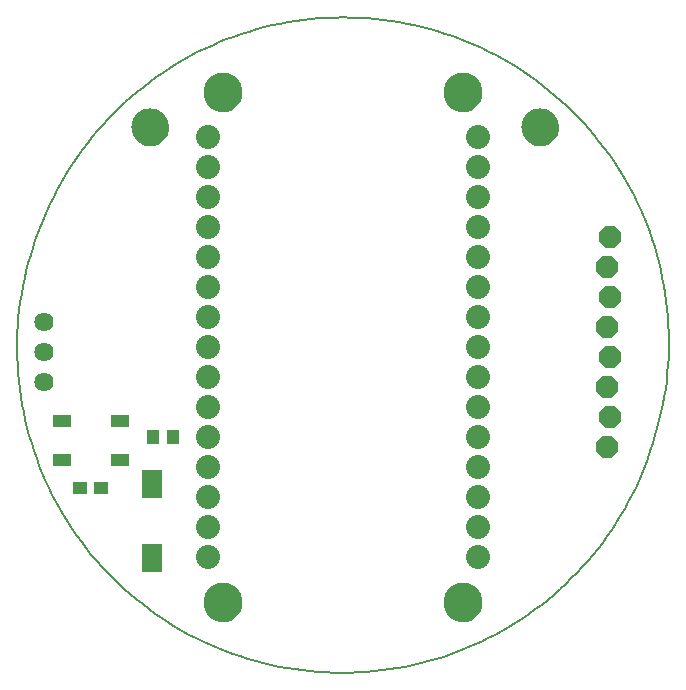
<source format=gts>
G75*
%MOIN*%
%OFA0B0*%
%FSLAX24Y24*%
%IPPOS*%
%LPD*%
%AMOC8*
5,1,8,0,0,1.08239X$1,22.5*
%
%ADD10C,0.0000*%
%ADD11C,0.1246*%
%ADD12C,0.0050*%
%ADD13C,0.0080*%
%ADD14C,0.0800*%
%ADD15C,0.1300*%
%ADD16R,0.0473X0.0434*%
%ADD17R,0.0670X0.0946*%
%ADD18R,0.0434X0.0473*%
%ADD19R,0.0631X0.0394*%
%ADD20OC8,0.0740*%
%ADD21C,0.0640*%
D10*
X006445Y003425D02*
X006447Y003475D01*
X006453Y003525D01*
X006463Y003574D01*
X006477Y003622D01*
X006494Y003669D01*
X006515Y003714D01*
X006540Y003758D01*
X006568Y003799D01*
X006600Y003838D01*
X006634Y003875D01*
X006671Y003909D01*
X006711Y003939D01*
X006753Y003966D01*
X006797Y003990D01*
X006843Y004011D01*
X006890Y004027D01*
X006938Y004040D01*
X006988Y004049D01*
X007037Y004054D01*
X007088Y004055D01*
X007138Y004052D01*
X007187Y004045D01*
X007236Y004034D01*
X007284Y004019D01*
X007330Y004001D01*
X007375Y003979D01*
X007418Y003953D01*
X007459Y003924D01*
X007498Y003892D01*
X007534Y003857D01*
X007566Y003819D01*
X007596Y003779D01*
X007623Y003736D01*
X007646Y003692D01*
X007665Y003646D01*
X007681Y003598D01*
X007693Y003549D01*
X007701Y003500D01*
X007705Y003450D01*
X007705Y003400D01*
X007701Y003350D01*
X007693Y003301D01*
X007681Y003252D01*
X007665Y003204D01*
X007646Y003158D01*
X007623Y003114D01*
X007596Y003071D01*
X007566Y003031D01*
X007534Y002993D01*
X007498Y002958D01*
X007459Y002926D01*
X007418Y002897D01*
X007375Y002871D01*
X007330Y002849D01*
X007284Y002831D01*
X007236Y002816D01*
X007187Y002805D01*
X007138Y002798D01*
X007088Y002795D01*
X007037Y002796D01*
X006988Y002801D01*
X006938Y002810D01*
X006890Y002823D01*
X006843Y002839D01*
X006797Y002860D01*
X006753Y002884D01*
X006711Y002911D01*
X006671Y002941D01*
X006634Y002975D01*
X006600Y003012D01*
X006568Y003051D01*
X006540Y003092D01*
X006515Y003136D01*
X006494Y003181D01*
X006477Y003228D01*
X006463Y003276D01*
X006453Y003325D01*
X006447Y003375D01*
X006445Y003425D01*
X014445Y003425D02*
X014447Y003475D01*
X014453Y003525D01*
X014463Y003574D01*
X014477Y003622D01*
X014494Y003669D01*
X014515Y003714D01*
X014540Y003758D01*
X014568Y003799D01*
X014600Y003838D01*
X014634Y003875D01*
X014671Y003909D01*
X014711Y003939D01*
X014753Y003966D01*
X014797Y003990D01*
X014843Y004011D01*
X014890Y004027D01*
X014938Y004040D01*
X014988Y004049D01*
X015037Y004054D01*
X015088Y004055D01*
X015138Y004052D01*
X015187Y004045D01*
X015236Y004034D01*
X015284Y004019D01*
X015330Y004001D01*
X015375Y003979D01*
X015418Y003953D01*
X015459Y003924D01*
X015498Y003892D01*
X015534Y003857D01*
X015566Y003819D01*
X015596Y003779D01*
X015623Y003736D01*
X015646Y003692D01*
X015665Y003646D01*
X015681Y003598D01*
X015693Y003549D01*
X015701Y003500D01*
X015705Y003450D01*
X015705Y003400D01*
X015701Y003350D01*
X015693Y003301D01*
X015681Y003252D01*
X015665Y003204D01*
X015646Y003158D01*
X015623Y003114D01*
X015596Y003071D01*
X015566Y003031D01*
X015534Y002993D01*
X015498Y002958D01*
X015459Y002926D01*
X015418Y002897D01*
X015375Y002871D01*
X015330Y002849D01*
X015284Y002831D01*
X015236Y002816D01*
X015187Y002805D01*
X015138Y002798D01*
X015088Y002795D01*
X015037Y002796D01*
X014988Y002801D01*
X014938Y002810D01*
X014890Y002823D01*
X014843Y002839D01*
X014797Y002860D01*
X014753Y002884D01*
X014711Y002911D01*
X014671Y002941D01*
X014634Y002975D01*
X014600Y003012D01*
X014568Y003051D01*
X014540Y003092D01*
X014515Y003136D01*
X014494Y003181D01*
X014477Y003228D01*
X014463Y003276D01*
X014453Y003325D01*
X014447Y003375D01*
X014445Y003425D01*
X017052Y019255D02*
X017054Y019304D01*
X017060Y019352D01*
X017070Y019399D01*
X017083Y019446D01*
X017100Y019491D01*
X017121Y019535D01*
X017145Y019577D01*
X017173Y019617D01*
X017204Y019655D01*
X017237Y019690D01*
X017274Y019722D01*
X017312Y019751D01*
X017353Y019777D01*
X017396Y019800D01*
X017441Y019819D01*
X017487Y019834D01*
X017534Y019846D01*
X017582Y019854D01*
X017631Y019858D01*
X017679Y019858D01*
X017728Y019854D01*
X017776Y019846D01*
X017823Y019834D01*
X017869Y019819D01*
X017914Y019800D01*
X017956Y019777D01*
X017998Y019751D01*
X018036Y019722D01*
X018073Y019690D01*
X018106Y019655D01*
X018137Y019617D01*
X018165Y019577D01*
X018189Y019535D01*
X018210Y019491D01*
X018227Y019446D01*
X018240Y019399D01*
X018250Y019352D01*
X018256Y019304D01*
X018258Y019255D01*
X018256Y019206D01*
X018250Y019158D01*
X018240Y019111D01*
X018227Y019064D01*
X018210Y019019D01*
X018189Y018975D01*
X018165Y018933D01*
X018137Y018893D01*
X018106Y018855D01*
X018073Y018820D01*
X018036Y018788D01*
X017998Y018759D01*
X017957Y018733D01*
X017914Y018710D01*
X017869Y018691D01*
X017823Y018676D01*
X017776Y018664D01*
X017728Y018656D01*
X017679Y018652D01*
X017631Y018652D01*
X017582Y018656D01*
X017534Y018664D01*
X017487Y018676D01*
X017441Y018691D01*
X017396Y018710D01*
X017354Y018733D01*
X017312Y018759D01*
X017274Y018788D01*
X017237Y018820D01*
X017204Y018855D01*
X017173Y018893D01*
X017145Y018933D01*
X017121Y018975D01*
X017100Y019019D01*
X017083Y019064D01*
X017070Y019111D01*
X017060Y019158D01*
X017054Y019206D01*
X017052Y019255D01*
X014445Y020425D02*
X014447Y020475D01*
X014453Y020525D01*
X014463Y020574D01*
X014477Y020622D01*
X014494Y020669D01*
X014515Y020714D01*
X014540Y020758D01*
X014568Y020799D01*
X014600Y020838D01*
X014634Y020875D01*
X014671Y020909D01*
X014711Y020939D01*
X014753Y020966D01*
X014797Y020990D01*
X014843Y021011D01*
X014890Y021027D01*
X014938Y021040D01*
X014988Y021049D01*
X015037Y021054D01*
X015088Y021055D01*
X015138Y021052D01*
X015187Y021045D01*
X015236Y021034D01*
X015284Y021019D01*
X015330Y021001D01*
X015375Y020979D01*
X015418Y020953D01*
X015459Y020924D01*
X015498Y020892D01*
X015534Y020857D01*
X015566Y020819D01*
X015596Y020779D01*
X015623Y020736D01*
X015646Y020692D01*
X015665Y020646D01*
X015681Y020598D01*
X015693Y020549D01*
X015701Y020500D01*
X015705Y020450D01*
X015705Y020400D01*
X015701Y020350D01*
X015693Y020301D01*
X015681Y020252D01*
X015665Y020204D01*
X015646Y020158D01*
X015623Y020114D01*
X015596Y020071D01*
X015566Y020031D01*
X015534Y019993D01*
X015498Y019958D01*
X015459Y019926D01*
X015418Y019897D01*
X015375Y019871D01*
X015330Y019849D01*
X015284Y019831D01*
X015236Y019816D01*
X015187Y019805D01*
X015138Y019798D01*
X015088Y019795D01*
X015037Y019796D01*
X014988Y019801D01*
X014938Y019810D01*
X014890Y019823D01*
X014843Y019839D01*
X014797Y019860D01*
X014753Y019884D01*
X014711Y019911D01*
X014671Y019941D01*
X014634Y019975D01*
X014600Y020012D01*
X014568Y020051D01*
X014540Y020092D01*
X014515Y020136D01*
X014494Y020181D01*
X014477Y020228D01*
X014463Y020276D01*
X014453Y020325D01*
X014447Y020375D01*
X014445Y020425D01*
X006445Y020425D02*
X006447Y020475D01*
X006453Y020525D01*
X006463Y020574D01*
X006477Y020622D01*
X006494Y020669D01*
X006515Y020714D01*
X006540Y020758D01*
X006568Y020799D01*
X006600Y020838D01*
X006634Y020875D01*
X006671Y020909D01*
X006711Y020939D01*
X006753Y020966D01*
X006797Y020990D01*
X006843Y021011D01*
X006890Y021027D01*
X006938Y021040D01*
X006988Y021049D01*
X007037Y021054D01*
X007088Y021055D01*
X007138Y021052D01*
X007187Y021045D01*
X007236Y021034D01*
X007284Y021019D01*
X007330Y021001D01*
X007375Y020979D01*
X007418Y020953D01*
X007459Y020924D01*
X007498Y020892D01*
X007534Y020857D01*
X007566Y020819D01*
X007596Y020779D01*
X007623Y020736D01*
X007646Y020692D01*
X007665Y020646D01*
X007681Y020598D01*
X007693Y020549D01*
X007701Y020500D01*
X007705Y020450D01*
X007705Y020400D01*
X007701Y020350D01*
X007693Y020301D01*
X007681Y020252D01*
X007665Y020204D01*
X007646Y020158D01*
X007623Y020114D01*
X007596Y020071D01*
X007566Y020031D01*
X007534Y019993D01*
X007498Y019958D01*
X007459Y019926D01*
X007418Y019897D01*
X007375Y019871D01*
X007330Y019849D01*
X007284Y019831D01*
X007236Y019816D01*
X007187Y019805D01*
X007138Y019798D01*
X007088Y019795D01*
X007037Y019796D01*
X006988Y019801D01*
X006938Y019810D01*
X006890Y019823D01*
X006843Y019839D01*
X006797Y019860D01*
X006753Y019884D01*
X006711Y019911D01*
X006671Y019941D01*
X006634Y019975D01*
X006600Y020012D01*
X006568Y020051D01*
X006540Y020092D01*
X006515Y020136D01*
X006494Y020181D01*
X006477Y020228D01*
X006463Y020276D01*
X006453Y020325D01*
X006447Y020375D01*
X006445Y020425D01*
X004052Y019255D02*
X004054Y019304D01*
X004060Y019352D01*
X004070Y019399D01*
X004083Y019446D01*
X004100Y019491D01*
X004121Y019535D01*
X004145Y019577D01*
X004173Y019617D01*
X004204Y019655D01*
X004237Y019690D01*
X004274Y019722D01*
X004312Y019751D01*
X004353Y019777D01*
X004396Y019800D01*
X004441Y019819D01*
X004487Y019834D01*
X004534Y019846D01*
X004582Y019854D01*
X004631Y019858D01*
X004679Y019858D01*
X004728Y019854D01*
X004776Y019846D01*
X004823Y019834D01*
X004869Y019819D01*
X004914Y019800D01*
X004956Y019777D01*
X004998Y019751D01*
X005036Y019722D01*
X005073Y019690D01*
X005106Y019655D01*
X005137Y019617D01*
X005165Y019577D01*
X005189Y019535D01*
X005210Y019491D01*
X005227Y019446D01*
X005240Y019399D01*
X005250Y019352D01*
X005256Y019304D01*
X005258Y019255D01*
X005256Y019206D01*
X005250Y019158D01*
X005240Y019111D01*
X005227Y019064D01*
X005210Y019019D01*
X005189Y018975D01*
X005165Y018933D01*
X005137Y018893D01*
X005106Y018855D01*
X005073Y018820D01*
X005036Y018788D01*
X004998Y018759D01*
X004957Y018733D01*
X004914Y018710D01*
X004869Y018691D01*
X004823Y018676D01*
X004776Y018664D01*
X004728Y018656D01*
X004679Y018652D01*
X004631Y018652D01*
X004582Y018656D01*
X004534Y018664D01*
X004487Y018676D01*
X004441Y018691D01*
X004396Y018710D01*
X004354Y018733D01*
X004312Y018759D01*
X004274Y018788D01*
X004237Y018820D01*
X004204Y018855D01*
X004173Y018893D01*
X004145Y018933D01*
X004121Y018975D01*
X004100Y019019D01*
X004083Y019064D01*
X004070Y019111D01*
X004060Y019158D01*
X004054Y019206D01*
X004052Y019255D01*
D11*
X004655Y019255D03*
X017655Y019255D03*
D12*
X021255Y008205D02*
X021162Y007957D01*
X021062Y007711D01*
X020956Y007468D01*
X020844Y007228D01*
X020727Y006990D01*
X020604Y006756D01*
X020475Y006524D01*
X020340Y006296D01*
X020200Y006071D01*
X020054Y005849D01*
X019903Y005632D01*
X019747Y005417D01*
X019586Y005207D01*
X019419Y005001D01*
X019248Y004799D01*
X019071Y004601D01*
X018890Y004408D01*
X018704Y004219D01*
X018514Y004035D01*
X018319Y003855D01*
X018120Y003680D01*
X017916Y003510D01*
X017709Y003345D01*
X017497Y003186D01*
X017282Y003031D01*
X017063Y002882D01*
X016841Y002738D01*
X016614Y002600D01*
X016385Y002467D01*
X016153Y002340D01*
X015917Y002218D01*
X015679Y002103D01*
X015437Y001993D01*
X015193Y001889D01*
X014947Y001791D01*
X014698Y001700D01*
X014448Y001614D01*
X014195Y001534D01*
X013940Y001461D01*
X013684Y001394D01*
X013426Y001333D01*
X013166Y001279D01*
X012906Y001231D01*
X012644Y001189D01*
X012381Y001154D01*
X012118Y001125D01*
X011854Y001102D01*
X011589Y001086D01*
X011325Y001077D01*
X011060Y001074D01*
X010795Y001077D01*
X010530Y001087D01*
X010265Y001104D01*
X010001Y001127D01*
X009738Y001156D01*
X009475Y001192D01*
X009214Y001234D01*
X008953Y001283D01*
X008694Y001337D01*
X008436Y001399D01*
X008180Y001466D01*
X007925Y001540D01*
X007672Y001620D01*
X007422Y001706D01*
X007173Y001798D01*
X006927Y001896D01*
X006683Y002001D01*
X006442Y002111D01*
X006204Y002227D01*
X005969Y002349D01*
X005736Y002476D01*
X005507Y002609D01*
X005282Y002748D01*
X005059Y002892D01*
X004840Y003042D01*
X004625Y003197D01*
X004414Y003357D01*
X004207Y003522D01*
X004004Y003692D01*
X003805Y003868D01*
X003610Y004048D01*
X003420Y004232D01*
X003235Y004421D01*
X003054Y004615D01*
X002878Y004813D01*
X002707Y005016D01*
X002541Y005222D01*
X002380Y005433D01*
X002224Y005647D01*
X002073Y005865D01*
X001928Y006087D01*
X001788Y006312D01*
X001654Y006540D01*
X001525Y006772D01*
X001403Y007007D01*
X001286Y007245D01*
X001174Y007485D01*
X001069Y007728D01*
X000970Y007974D01*
X000876Y008222D01*
X000789Y008472D01*
X000708Y008725D01*
X000633Y008979D01*
X000564Y009235D01*
X000502Y009493D01*
X000446Y009752D01*
X000396Y010012D01*
X000353Y010273D01*
X000316Y010536D01*
X000286Y010799D01*
X000262Y011063D01*
X000244Y011327D01*
X000233Y011592D01*
X000228Y011857D01*
X000230Y012122D01*
X000238Y012387D01*
X000253Y012652D01*
X000274Y012916D01*
X000302Y013179D01*
X000336Y013442D01*
X000377Y013704D01*
X000424Y013965D01*
X000477Y014225D01*
X000537Y014483D01*
X000602Y014740D01*
X000675Y014995D01*
X000753Y015248D01*
X000838Y015499D01*
X000928Y015748D01*
X001025Y015995D01*
D13*
X001015Y015975D02*
X001113Y016221D01*
X001217Y016466D01*
X001328Y016707D01*
X001444Y016946D01*
X001566Y017182D01*
X001693Y017415D01*
X001827Y017644D01*
X001966Y017871D01*
X002110Y018093D01*
X002260Y018313D01*
X002415Y018528D01*
X002576Y018740D01*
X002741Y018947D01*
X002912Y019151D01*
X003088Y019350D01*
X003268Y019545D01*
X003453Y019735D01*
X003643Y019921D01*
X003837Y020102D01*
X004036Y020278D01*
X004239Y020450D01*
X004446Y020616D01*
X004657Y020777D01*
X004872Y020933D01*
X005091Y021084D01*
X005313Y021229D01*
X005539Y021369D01*
X005768Y021503D01*
X006000Y021631D01*
X006236Y021754D01*
X006474Y021871D01*
X006715Y021982D01*
X006959Y022087D01*
X007206Y022186D01*
X007454Y022279D01*
X007705Y022366D01*
X007958Y022447D01*
X008213Y022521D01*
X008470Y022590D01*
X008728Y022652D01*
X008988Y022707D01*
X009249Y022756D01*
X009511Y022799D01*
X009774Y022835D01*
X010038Y022865D01*
X010302Y022889D01*
X010567Y022906D01*
X010833Y022916D01*
X011098Y022920D01*
X011364Y022917D01*
X011629Y022908D01*
X011894Y022893D01*
X012159Y022870D01*
X012423Y022842D01*
X012686Y022807D01*
X012948Y022765D01*
X013209Y022717D01*
X013469Y022663D01*
X013728Y022602D01*
X013985Y022535D01*
X014240Y022462D01*
X014493Y022383D01*
X014745Y022297D01*
X014994Y022205D01*
X015241Y022107D01*
X015485Y022003D01*
X015727Y021893D01*
X015966Y021777D01*
X016202Y021656D01*
X016435Y021528D01*
X016665Y021395D01*
X016891Y021257D01*
X017114Y021112D01*
X017334Y020963D01*
X017549Y020808D01*
X017761Y020648D01*
X017969Y020483D01*
X018173Y020312D01*
X018372Y020137D01*
X018567Y019957D01*
X018758Y019772D01*
X018944Y019582D01*
X019125Y019388D01*
X019302Y019190D01*
X019474Y018987D01*
X019640Y018781D01*
X019802Y018570D01*
X019958Y018355D01*
X020109Y018137D01*
X020254Y017914D01*
X020394Y017689D01*
X020529Y017460D01*
X020658Y017228D01*
X020781Y016992D01*
X020898Y016754D01*
X021010Y016513D01*
X021115Y016269D01*
X021215Y016023D01*
X021308Y015775D01*
X021395Y015524D01*
X021476Y015271D01*
X021551Y015016D01*
X021620Y014760D01*
X021682Y014501D01*
X021738Y014242D01*
X021788Y013981D01*
X021831Y013719D01*
X021868Y013456D01*
X021898Y013192D01*
X021922Y012928D01*
X021939Y012663D01*
X021950Y012397D01*
X021954Y012132D01*
X021952Y011866D01*
X021943Y011601D01*
X021928Y011336D01*
X021906Y011071D01*
X021878Y010807D01*
X021843Y010544D01*
X021802Y010281D01*
X021754Y010020D01*
X021700Y009760D01*
X021640Y009501D01*
X021573Y009244D01*
X021501Y008989D01*
X021421Y008736D01*
X021336Y008484D01*
X021245Y008235D01*
D14*
X015575Y007925D03*
X015575Y006925D03*
X015575Y005925D03*
X015575Y004925D03*
X015575Y008925D03*
X015575Y009925D03*
X015575Y010925D03*
X015575Y011925D03*
X015575Y012925D03*
X015575Y013925D03*
X015575Y014925D03*
X015575Y015925D03*
X015575Y016925D03*
X015575Y017925D03*
X015575Y018925D03*
X006575Y018925D03*
X006575Y017925D03*
X006575Y016925D03*
X006575Y015925D03*
X006575Y014925D03*
X006575Y013925D03*
X006575Y012925D03*
X006575Y011925D03*
X006575Y010925D03*
X006575Y009925D03*
X006575Y008925D03*
X006575Y007925D03*
X006575Y006925D03*
X006575Y005925D03*
X006575Y004925D03*
D15*
X007075Y003425D03*
X015075Y003425D03*
X015075Y020425D03*
X007075Y020425D03*
D16*
X003010Y007235D03*
X002340Y007235D03*
D17*
X004725Y004885D03*
X004725Y007365D03*
D18*
X004750Y008935D03*
X005420Y008935D03*
D19*
X003650Y009455D03*
X003650Y008155D03*
X001720Y008155D03*
X001720Y009455D03*
D20*
X019875Y008605D03*
X019975Y009605D03*
X019875Y010605D03*
X019975Y011605D03*
X019875Y012605D03*
X019975Y013605D03*
X019875Y014605D03*
X019975Y015605D03*
D21*
X001125Y012775D03*
X001125Y011775D03*
X001125Y010775D03*
M02*

</source>
